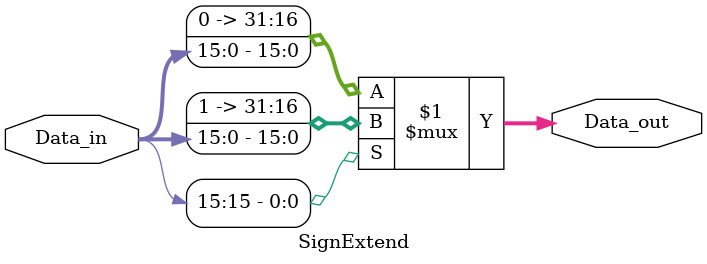
<source format=v>
module SignExtend(
    input wire      [15:0]  Data_in,
    output wire     [31:0]  Data_out
);

    assign Data_out = (Data_in[15]) ? {{16{1'b1}}, Data_in} : {{16{1'b0}}, Data_in};

endmodule

// sign xtend para adição com imediato

</source>
